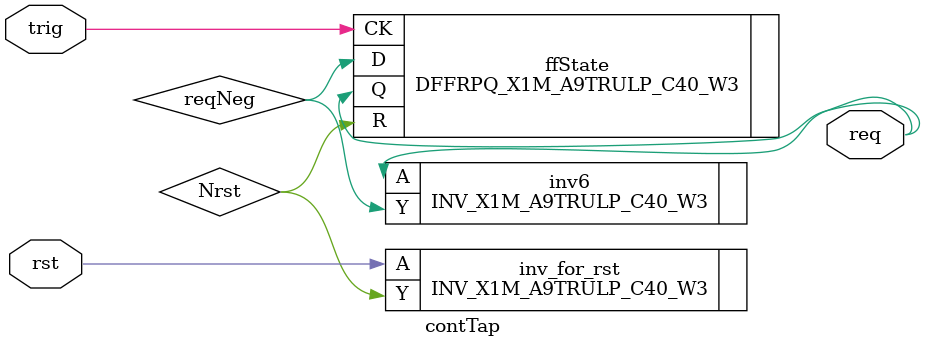
<source format=v>



`timescale 1ns / 1ps

module contTap(trig, req, rst);

input trig, rst;

output req;

wire reqNeg,rstNeg;

// UMC 110nm
// INVM0HM inv6 ( .A(req), .Z(reqNeg) );
// //INUHDV1 inv6 ( .I(req), .ZN(reqNeg) );
// //INUHDV1 inv ( .I(rst), .ZN(rstNeg) );
// //DRNQUHDV1 ffState ( .D(reqNeg), .CK(trig), .RDN(rst), .Q(req) );
// DFQRM2HM ffState ( .D(reqNeg), .CK(trig), .RB(rst), .Q(req) );

// UMC 40nm
INV_X1M_A9TRULP_C40_W3 inv6 ( .A(req), .Y(reqNeg) );
//INUHDV1 inv6 ( .I(req), .ZN(reqNeg) );
//INUHDV1 inv ( .I(rst), .ZN(rstNeg) );
//DRNQUHDV1 ffState ( .D(reqNeg), .CK(trig), .RDN(rst), .Q(req) );
wire Nrst;
INV_X1M_A9TRULP_C40_W3 inv_for_rst ( .A(rst), .Y(Nrst) );
DFFRPQ_X1M_A9TRULP_C40_W3 ffState ( .D(reqNeg), .CK(trig), .R(Nrst), .Q(req) );

endmodule

</source>
